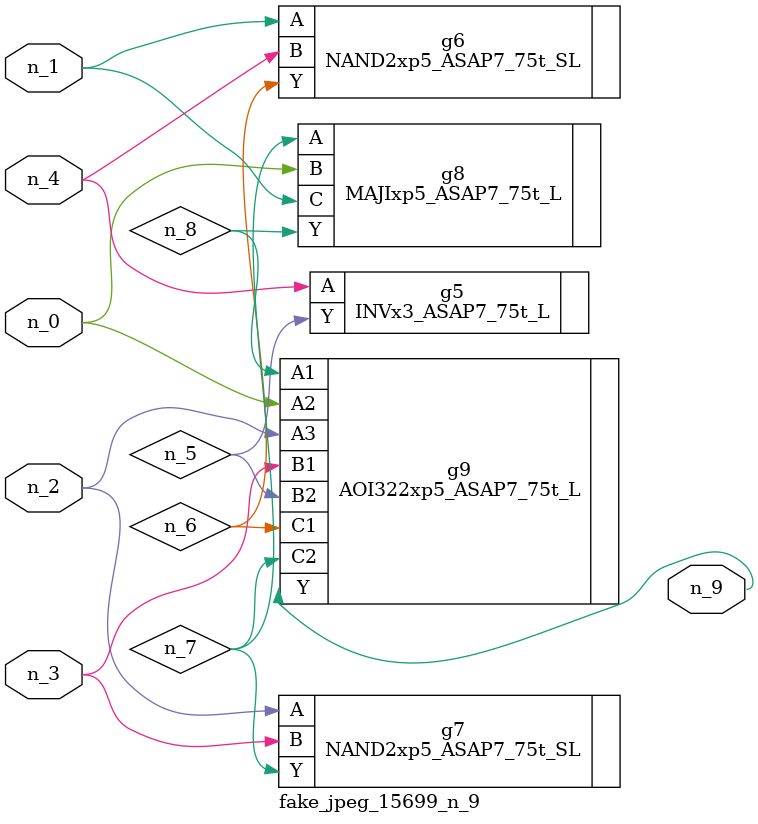
<source format=v>
module fake_jpeg_15699_n_9 (n_3, n_2, n_1, n_0, n_4, n_9);

input n_3;
input n_2;
input n_1;
input n_0;
input n_4;

output n_9;

wire n_8;
wire n_6;
wire n_5;
wire n_7;

INVx3_ASAP7_75t_L g5 ( 
.A(n_4),
.Y(n_5)
);

NAND2xp5_ASAP7_75t_SL g6 ( 
.A(n_1),
.B(n_4),
.Y(n_6)
);

NAND2xp5_ASAP7_75t_SL g7 ( 
.A(n_2),
.B(n_3),
.Y(n_7)
);

MAJIxp5_ASAP7_75t_L g8 ( 
.A(n_7),
.B(n_0),
.C(n_1),
.Y(n_8)
);

AOI322xp5_ASAP7_75t_L g9 ( 
.A1(n_8),
.A2(n_0),
.A3(n_2),
.B1(n_3),
.B2(n_5),
.C1(n_6),
.C2(n_7),
.Y(n_9)
);


endmodule
</source>
